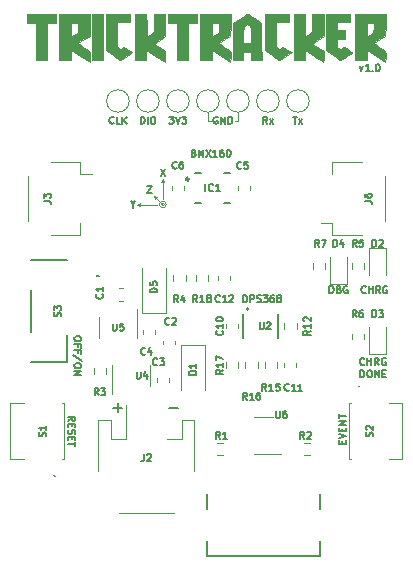
<source format=gbr>
%TF.GenerationSoftware,KiCad,Pcbnew,(5.1.8)-1*%
%TF.CreationDate,2021-06-05T10:25:27+02:00*%
%TF.ProjectId,trick-tracker,74726963-6b2d-4747-9261-636b65722e6b,rev?*%
%TF.SameCoordinates,Original*%
%TF.FileFunction,Legend,Top*%
%TF.FilePolarity,Positive*%
%FSLAX46Y46*%
G04 Gerber Fmt 4.6, Leading zero omitted, Abs format (unit mm)*
G04 Created by KiCad (PCBNEW (5.1.8)-1) date 2021-06-05 10:25:27*
%MOMM*%
%LPD*%
G01*
G04 APERTURE LIST*
%ADD10C,0.150000*%
%ADD11C,0.120000*%
%ADD12C,0.200000*%
%ADD13C,0.254000*%
%ADD14C,0.010000*%
%ADD15C,0.100000*%
%ADD16C,0.127000*%
%ADD17C,0.160000*%
G04 APERTURE END LIST*
D10*
X148641000Y-116857428D02*
X148641000Y-116257428D01*
X148783857Y-116257428D01*
X148869571Y-116286000D01*
X148926714Y-116343142D01*
X148955285Y-116400285D01*
X148983857Y-116514571D01*
X148983857Y-116600285D01*
X148955285Y-116714571D01*
X148926714Y-116771714D01*
X148869571Y-116828857D01*
X148783857Y-116857428D01*
X148641000Y-116857428D01*
X149241000Y-116857428D02*
X149241000Y-116257428D01*
X149469571Y-116257428D01*
X149526714Y-116286000D01*
X149555285Y-116314571D01*
X149583857Y-116371714D01*
X149583857Y-116457428D01*
X149555285Y-116514571D01*
X149526714Y-116543142D01*
X149469571Y-116571714D01*
X149241000Y-116571714D01*
X149812428Y-116828857D02*
X149898142Y-116857428D01*
X150041000Y-116857428D01*
X150098142Y-116828857D01*
X150126714Y-116800285D01*
X150155285Y-116743142D01*
X150155285Y-116686000D01*
X150126714Y-116628857D01*
X150098142Y-116600285D01*
X150041000Y-116571714D01*
X149926714Y-116543142D01*
X149869571Y-116514571D01*
X149841000Y-116486000D01*
X149812428Y-116428857D01*
X149812428Y-116371714D01*
X149841000Y-116314571D01*
X149869571Y-116286000D01*
X149926714Y-116257428D01*
X150069571Y-116257428D01*
X150155285Y-116286000D01*
X150355285Y-116257428D02*
X150726714Y-116257428D01*
X150526714Y-116486000D01*
X150612428Y-116486000D01*
X150669571Y-116514571D01*
X150698142Y-116543142D01*
X150726714Y-116600285D01*
X150726714Y-116743142D01*
X150698142Y-116800285D01*
X150669571Y-116828857D01*
X150612428Y-116857428D01*
X150441000Y-116857428D01*
X150383857Y-116828857D01*
X150355285Y-116800285D01*
X151241000Y-116257428D02*
X151126714Y-116257428D01*
X151069571Y-116286000D01*
X151041000Y-116314571D01*
X150983857Y-116400285D01*
X150955285Y-116514571D01*
X150955285Y-116743142D01*
X150983857Y-116800285D01*
X151012428Y-116828857D01*
X151069571Y-116857428D01*
X151183857Y-116857428D01*
X151241000Y-116828857D01*
X151269571Y-116800285D01*
X151298142Y-116743142D01*
X151298142Y-116600285D01*
X151269571Y-116543142D01*
X151241000Y-116514571D01*
X151183857Y-116486000D01*
X151069571Y-116486000D01*
X151012428Y-116514571D01*
X150983857Y-116543142D01*
X150955285Y-116600285D01*
X151641000Y-116514571D02*
X151583857Y-116486000D01*
X151555285Y-116457428D01*
X151526714Y-116400285D01*
X151526714Y-116371714D01*
X151555285Y-116314571D01*
X151583857Y-116286000D01*
X151641000Y-116257428D01*
X151755285Y-116257428D01*
X151812428Y-116286000D01*
X151841000Y-116314571D01*
X151869571Y-116371714D01*
X151869571Y-116400285D01*
X151841000Y-116457428D01*
X151812428Y-116486000D01*
X151755285Y-116514571D01*
X151641000Y-116514571D01*
X151583857Y-116543142D01*
X151555285Y-116571714D01*
X151526714Y-116628857D01*
X151526714Y-116743142D01*
X151555285Y-116800285D01*
X151583857Y-116828857D01*
X151641000Y-116857428D01*
X151755285Y-116857428D01*
X151812428Y-116828857D01*
X151841000Y-116800285D01*
X151869571Y-116743142D01*
X151869571Y-116628857D01*
X151841000Y-116571714D01*
X151812428Y-116543142D01*
X151755285Y-116514571D01*
X144480142Y-104224142D02*
X144565857Y-104252714D01*
X144594428Y-104281285D01*
X144623000Y-104338428D01*
X144623000Y-104424142D01*
X144594428Y-104481285D01*
X144565857Y-104509857D01*
X144508714Y-104538428D01*
X144280142Y-104538428D01*
X144280142Y-103938428D01*
X144480142Y-103938428D01*
X144537285Y-103967000D01*
X144565857Y-103995571D01*
X144594428Y-104052714D01*
X144594428Y-104109857D01*
X144565857Y-104167000D01*
X144537285Y-104195571D01*
X144480142Y-104224142D01*
X144280142Y-104224142D01*
X144880142Y-104538428D02*
X144880142Y-103938428D01*
X145080142Y-104367000D01*
X145280142Y-103938428D01*
X145280142Y-104538428D01*
X145508714Y-103938428D02*
X145908714Y-104538428D01*
X145908714Y-103938428D02*
X145508714Y-104538428D01*
X146451571Y-104538428D02*
X146108714Y-104538428D01*
X146280142Y-104538428D02*
X146280142Y-103938428D01*
X146223000Y-104024142D01*
X146165857Y-104081285D01*
X146108714Y-104109857D01*
X146965857Y-103938428D02*
X146851571Y-103938428D01*
X146794428Y-103967000D01*
X146765857Y-103995571D01*
X146708714Y-104081285D01*
X146680142Y-104195571D01*
X146680142Y-104424142D01*
X146708714Y-104481285D01*
X146737285Y-104509857D01*
X146794428Y-104538428D01*
X146908714Y-104538428D01*
X146965857Y-104509857D01*
X146994428Y-104481285D01*
X147023000Y-104424142D01*
X147023000Y-104281285D01*
X146994428Y-104224142D01*
X146965857Y-104195571D01*
X146908714Y-104167000D01*
X146794428Y-104167000D01*
X146737285Y-104195571D01*
X146708714Y-104224142D01*
X146680142Y-104281285D01*
X147394428Y-103938428D02*
X147451571Y-103938428D01*
X147508714Y-103967000D01*
X147537285Y-103995571D01*
X147565857Y-104052714D01*
X147594428Y-104167000D01*
X147594428Y-104309857D01*
X147565857Y-104424142D01*
X147537285Y-104481285D01*
X147508714Y-104509857D01*
X147451571Y-104538428D01*
X147394428Y-104538428D01*
X147337285Y-104509857D01*
X147308714Y-104481285D01*
X147280142Y-104424142D01*
X147251571Y-104309857D01*
X147251571Y-104167000D01*
X147280142Y-104052714D01*
X147308714Y-103995571D01*
X147337285Y-103967000D01*
X147394428Y-103938428D01*
X142367047Y-125801428D02*
X143128952Y-125801428D01*
X137668047Y-125801428D02*
X138429952Y-125801428D01*
X138049000Y-126182380D02*
X138049000Y-125420476D01*
X155960857Y-116095428D02*
X155960857Y-115495428D01*
X156103714Y-115495428D01*
X156189428Y-115524000D01*
X156246571Y-115581142D01*
X156275142Y-115638285D01*
X156303714Y-115752571D01*
X156303714Y-115838285D01*
X156275142Y-115952571D01*
X156246571Y-116009714D01*
X156189428Y-116066857D01*
X156103714Y-116095428D01*
X155960857Y-116095428D01*
X156760857Y-115781142D02*
X156846571Y-115809714D01*
X156875142Y-115838285D01*
X156903714Y-115895428D01*
X156903714Y-115981142D01*
X156875142Y-116038285D01*
X156846571Y-116066857D01*
X156789428Y-116095428D01*
X156560857Y-116095428D01*
X156560857Y-115495428D01*
X156760857Y-115495428D01*
X156818000Y-115524000D01*
X156846571Y-115552571D01*
X156875142Y-115609714D01*
X156875142Y-115666857D01*
X156846571Y-115724000D01*
X156818000Y-115752571D01*
X156760857Y-115781142D01*
X156560857Y-115781142D01*
X157475142Y-115524000D02*
X157418000Y-115495428D01*
X157332285Y-115495428D01*
X157246571Y-115524000D01*
X157189428Y-115581142D01*
X157160857Y-115638285D01*
X157132285Y-115752571D01*
X157132285Y-115838285D01*
X157160857Y-115952571D01*
X157189428Y-116009714D01*
X157246571Y-116066857D01*
X157332285Y-116095428D01*
X157389428Y-116095428D01*
X157475142Y-116066857D01*
X157503714Y-116038285D01*
X157503714Y-115838285D01*
X157389428Y-115838285D01*
X140516000Y-106986428D02*
X140916000Y-106986428D01*
X140516000Y-107586428D01*
X140916000Y-107586428D01*
D11*
X141351000Y-107950000D02*
X141097000Y-107823000D01*
X141224000Y-108077000D02*
X141351000Y-107950000D01*
X141097000Y-107823000D02*
X141224000Y-108077000D01*
X141859000Y-108585000D02*
X141097000Y-107823000D01*
D10*
X139319000Y-108570714D02*
X139319000Y-108856428D01*
X139119000Y-108256428D02*
X139319000Y-108570714D01*
X139519000Y-108256428D01*
X141659000Y-105589428D02*
X142059000Y-106189428D01*
X142059000Y-105589428D02*
X141659000Y-106189428D01*
D11*
X139954000Y-108712000D02*
X139700000Y-108585000D01*
X139700000Y-108585000D02*
X139954000Y-108712000D01*
X139700000Y-108585000D02*
X139954000Y-108458000D01*
X139954000Y-108458000D02*
X139954000Y-108712000D01*
X141351000Y-108585000D02*
X139700000Y-108585000D01*
X141986000Y-106680000D02*
X141732000Y-106680000D01*
X141859000Y-106426000D02*
X141986000Y-106680000D01*
X141732000Y-106680000D02*
X141859000Y-106426000D01*
X141859000Y-106426000D02*
X141732000Y-106680000D01*
X141859000Y-108077000D02*
X141859000Y-106426000D01*
X142142981Y-108585000D02*
G75*
G03*
X142142981Y-108585000I-283981J0D01*
G01*
X141986000Y-108585000D02*
G75*
G03*
X141986000Y-108585000I-127000J0D01*
G01*
X148209000Y-100838000D02*
X148209000Y-100772000D01*
X148209000Y-100965000D02*
X148209000Y-100838000D01*
X145669000Y-101473000D02*
X145923000Y-101473000D01*
X145669000Y-100838000D02*
X145669000Y-101473000D01*
X148209000Y-101473000D02*
X147955000Y-101473000D01*
X148209000Y-100965000D02*
X148209000Y-101473000D01*
D10*
X158910428Y-122117285D02*
X158881857Y-122145857D01*
X158796142Y-122174428D01*
X158739000Y-122174428D01*
X158653285Y-122145857D01*
X158596142Y-122088714D01*
X158567571Y-122031571D01*
X158539000Y-121917285D01*
X158539000Y-121831571D01*
X158567571Y-121717285D01*
X158596142Y-121660142D01*
X158653285Y-121603000D01*
X158739000Y-121574428D01*
X158796142Y-121574428D01*
X158881857Y-121603000D01*
X158910428Y-121631571D01*
X159167571Y-122174428D02*
X159167571Y-121574428D01*
X159167571Y-121860142D02*
X159510428Y-121860142D01*
X159510428Y-122174428D02*
X159510428Y-121574428D01*
X160139000Y-122174428D02*
X159939000Y-121888714D01*
X159796142Y-122174428D02*
X159796142Y-121574428D01*
X160024714Y-121574428D01*
X160081857Y-121603000D01*
X160110428Y-121631571D01*
X160139000Y-121688714D01*
X160139000Y-121774428D01*
X160110428Y-121831571D01*
X160081857Y-121860142D01*
X160024714Y-121888714D01*
X159796142Y-121888714D01*
X160710428Y-121603000D02*
X160653285Y-121574428D01*
X160567571Y-121574428D01*
X160481857Y-121603000D01*
X160424714Y-121660142D01*
X160396142Y-121717285D01*
X160367571Y-121831571D01*
X160367571Y-121917285D01*
X160396142Y-122031571D01*
X160424714Y-122088714D01*
X160481857Y-122145857D01*
X160567571Y-122174428D01*
X160624714Y-122174428D01*
X160710428Y-122145857D01*
X160739000Y-122117285D01*
X160739000Y-121917285D01*
X160624714Y-121917285D01*
X158581857Y-123224428D02*
X158581857Y-122624428D01*
X158724714Y-122624428D01*
X158810428Y-122653000D01*
X158867571Y-122710142D01*
X158896142Y-122767285D01*
X158924714Y-122881571D01*
X158924714Y-122967285D01*
X158896142Y-123081571D01*
X158867571Y-123138714D01*
X158810428Y-123195857D01*
X158724714Y-123224428D01*
X158581857Y-123224428D01*
X159296142Y-122624428D02*
X159410428Y-122624428D01*
X159467571Y-122653000D01*
X159524714Y-122710142D01*
X159553285Y-122824428D01*
X159553285Y-123024428D01*
X159524714Y-123138714D01*
X159467571Y-123195857D01*
X159410428Y-123224428D01*
X159296142Y-123224428D01*
X159239000Y-123195857D01*
X159181857Y-123138714D01*
X159153285Y-123024428D01*
X159153285Y-122824428D01*
X159181857Y-122710142D01*
X159239000Y-122653000D01*
X159296142Y-122624428D01*
X159810428Y-123224428D02*
X159810428Y-122624428D01*
X160153285Y-123224428D01*
X160153285Y-122624428D01*
X160439000Y-122910142D02*
X160639000Y-122910142D01*
X160724714Y-123224428D02*
X160439000Y-123224428D01*
X160439000Y-122624428D01*
X160724714Y-122624428D01*
X159037428Y-116038285D02*
X159008857Y-116066857D01*
X158923142Y-116095428D01*
X158866000Y-116095428D01*
X158780285Y-116066857D01*
X158723142Y-116009714D01*
X158694571Y-115952571D01*
X158666000Y-115838285D01*
X158666000Y-115752571D01*
X158694571Y-115638285D01*
X158723142Y-115581142D01*
X158780285Y-115524000D01*
X158866000Y-115495428D01*
X158923142Y-115495428D01*
X159008857Y-115524000D01*
X159037428Y-115552571D01*
X159294571Y-116095428D02*
X159294571Y-115495428D01*
X159294571Y-115781142D02*
X159637428Y-115781142D01*
X159637428Y-116095428D02*
X159637428Y-115495428D01*
X160266000Y-116095428D02*
X160066000Y-115809714D01*
X159923142Y-116095428D02*
X159923142Y-115495428D01*
X160151714Y-115495428D01*
X160208857Y-115524000D01*
X160237428Y-115552571D01*
X160266000Y-115609714D01*
X160266000Y-115695428D01*
X160237428Y-115752571D01*
X160208857Y-115781142D01*
X160151714Y-115809714D01*
X159923142Y-115809714D01*
X160837428Y-115524000D02*
X160780285Y-115495428D01*
X160694571Y-115495428D01*
X160608857Y-115524000D01*
X160551714Y-115581142D01*
X160523142Y-115638285D01*
X160494571Y-115752571D01*
X160494571Y-115838285D01*
X160523142Y-115952571D01*
X160551714Y-116009714D01*
X160608857Y-116066857D01*
X160694571Y-116095428D01*
X160751714Y-116095428D01*
X160837428Y-116066857D01*
X160866000Y-116038285D01*
X160866000Y-115838285D01*
X160751714Y-115838285D01*
X134948571Y-119897714D02*
X134948571Y-120012000D01*
X134920000Y-120069142D01*
X134862857Y-120126285D01*
X134748571Y-120154857D01*
X134548571Y-120154857D01*
X134434285Y-120126285D01*
X134377142Y-120069142D01*
X134348571Y-120012000D01*
X134348571Y-119897714D01*
X134377142Y-119840571D01*
X134434285Y-119783428D01*
X134548571Y-119754857D01*
X134748571Y-119754857D01*
X134862857Y-119783428D01*
X134920000Y-119840571D01*
X134948571Y-119897714D01*
X134662857Y-120612000D02*
X134662857Y-120412000D01*
X134348571Y-120412000D02*
X134948571Y-120412000D01*
X134948571Y-120697714D01*
X134662857Y-121126285D02*
X134662857Y-120926285D01*
X134348571Y-120926285D02*
X134948571Y-120926285D01*
X134948571Y-121212000D01*
X134977142Y-121869142D02*
X134205714Y-121354857D01*
X134948571Y-122183428D02*
X134948571Y-122297714D01*
X134920000Y-122354857D01*
X134862857Y-122412000D01*
X134748571Y-122440571D01*
X134548571Y-122440571D01*
X134434285Y-122412000D01*
X134377142Y-122354857D01*
X134348571Y-122297714D01*
X134348571Y-122183428D01*
X134377142Y-122126285D01*
X134434285Y-122069142D01*
X134548571Y-122040571D01*
X134748571Y-122040571D01*
X134862857Y-122069142D01*
X134920000Y-122126285D01*
X134948571Y-122183428D01*
X134348571Y-122697714D02*
X134948571Y-122697714D01*
X134348571Y-123040571D01*
X134948571Y-123040571D01*
X158527857Y-96899428D02*
X158670714Y-97299428D01*
X158813571Y-96899428D01*
X159356428Y-97299428D02*
X159013571Y-97299428D01*
X159185000Y-97299428D02*
X159185000Y-96699428D01*
X159127857Y-96785142D01*
X159070714Y-96842285D01*
X159013571Y-96870857D01*
X159613571Y-97242285D02*
X159642142Y-97270857D01*
X159613571Y-97299428D01*
X159585000Y-97270857D01*
X159613571Y-97242285D01*
X159613571Y-97299428D01*
X160013571Y-96699428D02*
X160070714Y-96699428D01*
X160127857Y-96728000D01*
X160156428Y-96756571D01*
X160185000Y-96813714D01*
X160213571Y-96928000D01*
X160213571Y-97070857D01*
X160185000Y-97185142D01*
X160156428Y-97242285D01*
X160127857Y-97270857D01*
X160070714Y-97299428D01*
X160013571Y-97299428D01*
X159956428Y-97270857D01*
X159927857Y-97242285D01*
X159899285Y-97185142D01*
X159870714Y-97070857D01*
X159870714Y-96928000D01*
X159899285Y-96813714D01*
X159927857Y-96756571D01*
X159956428Y-96728000D01*
X160013571Y-96699428D01*
X157056142Y-128835000D02*
X157056142Y-128635000D01*
X157370428Y-128549285D02*
X157370428Y-128835000D01*
X156770428Y-128835000D01*
X156770428Y-128549285D01*
X156770428Y-128377857D02*
X157370428Y-128177857D01*
X156770428Y-127977857D01*
X157056142Y-127777857D02*
X157056142Y-127577857D01*
X157370428Y-127492142D02*
X157370428Y-127777857D01*
X156770428Y-127777857D01*
X156770428Y-127492142D01*
X157370428Y-127235000D02*
X156770428Y-127235000D01*
X157370428Y-126892142D01*
X156770428Y-126892142D01*
X156770428Y-126692142D02*
X156770428Y-126349285D01*
X157370428Y-126520714D02*
X156770428Y-126520714D01*
X133840571Y-126890571D02*
X134126285Y-126690571D01*
X133840571Y-126547714D02*
X134440571Y-126547714D01*
X134440571Y-126776285D01*
X134412000Y-126833428D01*
X134383428Y-126862000D01*
X134326285Y-126890571D01*
X134240571Y-126890571D01*
X134183428Y-126862000D01*
X134154857Y-126833428D01*
X134126285Y-126776285D01*
X134126285Y-126547714D01*
X134154857Y-127147714D02*
X134154857Y-127347714D01*
X133840571Y-127433428D02*
X133840571Y-127147714D01*
X134440571Y-127147714D01*
X134440571Y-127433428D01*
X133869142Y-127662000D02*
X133840571Y-127747714D01*
X133840571Y-127890571D01*
X133869142Y-127947714D01*
X133897714Y-127976285D01*
X133954857Y-128004857D01*
X134012000Y-128004857D01*
X134069142Y-127976285D01*
X134097714Y-127947714D01*
X134126285Y-127890571D01*
X134154857Y-127776285D01*
X134183428Y-127719142D01*
X134212000Y-127690571D01*
X134269142Y-127662000D01*
X134326285Y-127662000D01*
X134383428Y-127690571D01*
X134412000Y-127719142D01*
X134440571Y-127776285D01*
X134440571Y-127919142D01*
X134412000Y-128004857D01*
X134154857Y-128262000D02*
X134154857Y-128462000D01*
X133840571Y-128547714D02*
X133840571Y-128262000D01*
X134440571Y-128262000D01*
X134440571Y-128547714D01*
X134440571Y-128719142D02*
X134440571Y-129062000D01*
X133840571Y-128890571D02*
X134440571Y-128890571D01*
X152874714Y-101144428D02*
X153217571Y-101144428D01*
X153046142Y-101744428D02*
X153046142Y-101144428D01*
X153360428Y-101744428D02*
X153674714Y-101344428D01*
X153360428Y-101344428D02*
X153674714Y-101744428D01*
X150691857Y-101744428D02*
X150491857Y-101458714D01*
X150349000Y-101744428D02*
X150349000Y-101144428D01*
X150577571Y-101144428D01*
X150634714Y-101173000D01*
X150663285Y-101201571D01*
X150691857Y-101258714D01*
X150691857Y-101344428D01*
X150663285Y-101401571D01*
X150634714Y-101430142D01*
X150577571Y-101458714D01*
X150349000Y-101458714D01*
X150891857Y-101744428D02*
X151206142Y-101344428D01*
X150891857Y-101344428D02*
X151206142Y-101744428D01*
X146481857Y-101173000D02*
X146424714Y-101144428D01*
X146339000Y-101144428D01*
X146253285Y-101173000D01*
X146196142Y-101230142D01*
X146167571Y-101287285D01*
X146139000Y-101401571D01*
X146139000Y-101487285D01*
X146167571Y-101601571D01*
X146196142Y-101658714D01*
X146253285Y-101715857D01*
X146339000Y-101744428D01*
X146396142Y-101744428D01*
X146481857Y-101715857D01*
X146510428Y-101687285D01*
X146510428Y-101487285D01*
X146396142Y-101487285D01*
X146767571Y-101744428D02*
X146767571Y-101144428D01*
X147110428Y-101744428D01*
X147110428Y-101144428D01*
X147396142Y-101744428D02*
X147396142Y-101144428D01*
X147539000Y-101144428D01*
X147624714Y-101173000D01*
X147681857Y-101230142D01*
X147710428Y-101287285D01*
X147739000Y-101401571D01*
X147739000Y-101487285D01*
X147710428Y-101601571D01*
X147681857Y-101658714D01*
X147624714Y-101715857D01*
X147539000Y-101744428D01*
X147396142Y-101744428D01*
X142386142Y-101144428D02*
X142757571Y-101144428D01*
X142557571Y-101373000D01*
X142643285Y-101373000D01*
X142700428Y-101401571D01*
X142729000Y-101430142D01*
X142757571Y-101487285D01*
X142757571Y-101630142D01*
X142729000Y-101687285D01*
X142700428Y-101715857D01*
X142643285Y-101744428D01*
X142471857Y-101744428D01*
X142414714Y-101715857D01*
X142386142Y-101687285D01*
X142929000Y-101144428D02*
X143129000Y-101744428D01*
X143329000Y-101144428D01*
X143471857Y-101144428D02*
X143843285Y-101144428D01*
X143643285Y-101373000D01*
X143729000Y-101373000D01*
X143786142Y-101401571D01*
X143814714Y-101430142D01*
X143843285Y-101487285D01*
X143843285Y-101630142D01*
X143814714Y-101687285D01*
X143786142Y-101715857D01*
X143729000Y-101744428D01*
X143557571Y-101744428D01*
X143500428Y-101715857D01*
X143471857Y-101687285D01*
X139974714Y-101744428D02*
X139974714Y-101144428D01*
X140117571Y-101144428D01*
X140203285Y-101173000D01*
X140260428Y-101230142D01*
X140289000Y-101287285D01*
X140317571Y-101401571D01*
X140317571Y-101487285D01*
X140289000Y-101601571D01*
X140260428Y-101658714D01*
X140203285Y-101715857D01*
X140117571Y-101744428D01*
X139974714Y-101744428D01*
X140574714Y-101744428D02*
X140574714Y-101144428D01*
X140974714Y-101144428D02*
X141089000Y-101144428D01*
X141146142Y-101173000D01*
X141203285Y-101230142D01*
X141231857Y-101344428D01*
X141231857Y-101544428D01*
X141203285Y-101658714D01*
X141146142Y-101715857D01*
X141089000Y-101744428D01*
X140974714Y-101744428D01*
X140917571Y-101715857D01*
X140860428Y-101658714D01*
X140831857Y-101544428D01*
X140831857Y-101344428D01*
X140860428Y-101230142D01*
X140917571Y-101173000D01*
X140974714Y-101144428D01*
X137691857Y-101687285D02*
X137663285Y-101715857D01*
X137577571Y-101744428D01*
X137520428Y-101744428D01*
X137434714Y-101715857D01*
X137377571Y-101658714D01*
X137349000Y-101601571D01*
X137320428Y-101487285D01*
X137320428Y-101401571D01*
X137349000Y-101287285D01*
X137377571Y-101230142D01*
X137434714Y-101173000D01*
X137520428Y-101144428D01*
X137577571Y-101144428D01*
X137663285Y-101173000D01*
X137691857Y-101201571D01*
X138234714Y-101744428D02*
X137949000Y-101744428D01*
X137949000Y-101144428D01*
X138434714Y-101744428D02*
X138434714Y-101144428D01*
X138777571Y-101744428D02*
X138520428Y-101401571D01*
X138777571Y-101144428D02*
X138434714Y-101487285D01*
D12*
%TO.C,IC1*%
X144550000Y-105938000D02*
X144550000Y-105938000D01*
X144550000Y-105938000D02*
X144550000Y-105938000D01*
X144550000Y-105938000D02*
X145050000Y-105938000D01*
X147550000Y-105938000D02*
X147550000Y-105938000D01*
X147550000Y-105938000D02*
X147050000Y-105938000D01*
X144550000Y-108438000D02*
X144550000Y-108438000D01*
X144550000Y-108438000D02*
X145050000Y-108438000D01*
X147550000Y-108438000D02*
X147550000Y-108438000D01*
X147550000Y-108438000D02*
X147050000Y-108438000D01*
D13*
X144075000Y-106438000D02*
G75*
G03*
X144075000Y-106438000I-125000J0D01*
G01*
D11*
%TO.C,C6*%
X143639000Y-107328580D02*
X143639000Y-107047420D01*
X142619000Y-107328580D02*
X142619000Y-107047420D01*
%TO.C,C5*%
X149227000Y-107328580D02*
X149227000Y-107047420D01*
X148207000Y-107328580D02*
X148207000Y-107047420D01*
%TO.C,TP7*%
X149159000Y-99822000D02*
G75*
G03*
X149159000Y-99822000I-950000J0D01*
G01*
D14*
%TO.C,G\u002A\u002A\u002A*%
G36*
X157710372Y-93129396D02*
G01*
X156588046Y-93129396D01*
X156588046Y-93838233D01*
X157237814Y-93838233D01*
X157237814Y-94547070D01*
X156588046Y-94547070D01*
X156588046Y-94897466D01*
X156593715Y-95100244D01*
X156620106Y-95224210D01*
X156681299Y-95308505D01*
X156757474Y-95368506D01*
X156873919Y-95445569D01*
X156942462Y-95454459D01*
X157011185Y-95395881D01*
X157032444Y-95372529D01*
X157128670Y-95285225D01*
X157188808Y-95255907D01*
X157255936Y-95285240D01*
X157384844Y-95359680D01*
X157543924Y-95458890D01*
X157701566Y-95562533D01*
X157826159Y-95650270D01*
X157886096Y-95701766D01*
X157887581Y-95705494D01*
X157842137Y-95745911D01*
X157723197Y-95832398D01*
X157556855Y-95947468D01*
X157369202Y-96073634D01*
X157186330Y-96193408D01*
X157034331Y-96289303D01*
X156939296Y-96343832D01*
X156927513Y-96348945D01*
X156853641Y-96326510D01*
X156705446Y-96246483D01*
X156503827Y-96121201D01*
X156269682Y-95962998D01*
X156248768Y-95948300D01*
X155643675Y-95521721D01*
X155657599Y-92420559D01*
X157710372Y-92420559D01*
X157710372Y-93129396D01*
G37*
X157710372Y-93129396D02*
X156588046Y-93129396D01*
X156588046Y-93838233D01*
X157237814Y-93838233D01*
X157237814Y-94547070D01*
X156588046Y-94547070D01*
X156588046Y-94897466D01*
X156593715Y-95100244D01*
X156620106Y-95224210D01*
X156681299Y-95308505D01*
X156757474Y-95368506D01*
X156873919Y-95445569D01*
X156942462Y-95454459D01*
X157011185Y-95395881D01*
X157032444Y-95372529D01*
X157128670Y-95285225D01*
X157188808Y-95255907D01*
X157255936Y-95285240D01*
X157384844Y-95359680D01*
X157543924Y-95458890D01*
X157701566Y-95562533D01*
X157826159Y-95650270D01*
X157886096Y-95701766D01*
X157887581Y-95705494D01*
X157842137Y-95745911D01*
X157723197Y-95832398D01*
X157556855Y-95947468D01*
X157369202Y-96073634D01*
X157186330Y-96193408D01*
X157034331Y-96289303D01*
X156939296Y-96343832D01*
X156927513Y-96348945D01*
X156853641Y-96326510D01*
X156705446Y-96246483D01*
X156503827Y-96121201D01*
X156269682Y-95962998D01*
X156248768Y-95948300D01*
X155643675Y-95521721D01*
X155657599Y-92420559D01*
X157710372Y-92420559D01*
X157710372Y-93129396D01*
G36*
X152571302Y-93129396D02*
G01*
X151448976Y-93129396D01*
X151448976Y-94182355D01*
X151449404Y-94558478D01*
X151452198Y-94834765D01*
X151459627Y-95029522D01*
X151473959Y-95161051D01*
X151497462Y-95247658D01*
X151532406Y-95307647D01*
X151581057Y-95359321D01*
X151596651Y-95374047D01*
X151744325Y-95512780D01*
X151890335Y-95375610D01*
X152036346Y-95238441D01*
X152392654Y-95472595D01*
X152748962Y-95706750D01*
X152259737Y-96042491D01*
X152047772Y-96183970D01*
X151869788Y-96295373D01*
X151749371Y-96362342D01*
X151713117Y-96375242D01*
X151645238Y-96341379D01*
X151502930Y-96251407D01*
X151307059Y-96119042D01*
X151079790Y-95958931D01*
X150503860Y-95545612D01*
X150503860Y-92420559D01*
X152571302Y-92420559D01*
X152571302Y-93129396D01*
G37*
X152571302Y-93129396D02*
X151448976Y-93129396D01*
X151448976Y-94182355D01*
X151449404Y-94558478D01*
X151452198Y-94834765D01*
X151459627Y-95029522D01*
X151473959Y-95161051D01*
X151497462Y-95247658D01*
X151532406Y-95307647D01*
X151581057Y-95359321D01*
X151596651Y-95374047D01*
X151744325Y-95512780D01*
X151890335Y-95375610D01*
X152036346Y-95238441D01*
X152392654Y-95472595D01*
X152748962Y-95706750D01*
X152259737Y-96042491D01*
X152047772Y-96183970D01*
X151869788Y-96295373D01*
X151749371Y-96362342D01*
X151713117Y-96375242D01*
X151645238Y-96341379D01*
X151502930Y-96251407D01*
X151307059Y-96119042D01*
X151079790Y-95958931D01*
X150503860Y-95545612D01*
X150503860Y-92420559D01*
X152571302Y-92420559D01*
X152571302Y-93129396D01*
G36*
X149076500Y-92455039D02*
G01*
X149213741Y-92543458D01*
X149405442Y-92673644D01*
X149617814Y-92822545D01*
X150178976Y-93221464D01*
X150194709Y-94799848D01*
X150210441Y-96378233D01*
X149322465Y-96378233D01*
X149322465Y-95669396D01*
X148672697Y-95669396D01*
X148672697Y-96378233D01*
X147786651Y-96378233D01*
X147786651Y-94901489D01*
X148672697Y-94901489D01*
X149322465Y-94901489D01*
X149322465Y-94226474D01*
X149321361Y-93934866D01*
X149314910Y-93737401D01*
X149298396Y-93610081D01*
X149267109Y-93528911D01*
X149216335Y-93469895D01*
X149165674Y-93428127D01*
X149053655Y-93348914D01*
X148979327Y-93342345D01*
X148890116Y-93404848D01*
X148885093Y-93409072D01*
X148794505Y-93490694D01*
X148734472Y-93570739D01*
X148698671Y-93674837D01*
X148680783Y-93828613D01*
X148674485Y-94057696D01*
X148673602Y-94266489D01*
X148672697Y-94901489D01*
X147786651Y-94901489D01*
X147786651Y-93256194D01*
X148379371Y-92838376D01*
X148610139Y-92678118D01*
X148806114Y-92546554D01*
X148947221Y-92456844D01*
X149013389Y-92422147D01*
X149014371Y-92422092D01*
X149076500Y-92455039D01*
G37*
X149076500Y-92455039D02*
X149213741Y-92543458D01*
X149405442Y-92673644D01*
X149617814Y-92822545D01*
X150178976Y-93221464D01*
X150194709Y-94799848D01*
X150210441Y-96378233D01*
X149322465Y-96378233D01*
X149322465Y-95669396D01*
X148672697Y-95669396D01*
X148672697Y-96378233D01*
X147786651Y-96378233D01*
X147786651Y-94901489D01*
X148672697Y-94901489D01*
X149322465Y-94901489D01*
X149322465Y-94226474D01*
X149321361Y-93934866D01*
X149314910Y-93737401D01*
X149298396Y-93610081D01*
X149267109Y-93528911D01*
X149216335Y-93469895D01*
X149165674Y-93428127D01*
X149053655Y-93348914D01*
X148979327Y-93342345D01*
X148890116Y-93404848D01*
X148885093Y-93409072D01*
X148794505Y-93490694D01*
X148734472Y-93570739D01*
X148698671Y-93674837D01*
X148680783Y-93828613D01*
X148674485Y-94057696D01*
X148673602Y-94266489D01*
X148672697Y-94901489D01*
X147786651Y-94901489D01*
X147786651Y-93256194D01*
X148379371Y-92838376D01*
X148610139Y-92678118D01*
X148806114Y-92546554D01*
X148947221Y-92456844D01*
X149013389Y-92422147D01*
X149014371Y-92422092D01*
X149076500Y-92455039D01*
G36*
X144774093Y-93188465D02*
G01*
X144006186Y-93188465D01*
X144006186Y-96378233D01*
X143061070Y-96378233D01*
X143061070Y-93188465D01*
X142293163Y-93188465D01*
X142293163Y-92420559D01*
X144774093Y-92420559D01*
X144774093Y-93188465D01*
G37*
X144774093Y-93188465D02*
X144006186Y-93188465D01*
X144006186Y-96378233D01*
X143061070Y-96378233D01*
X143061070Y-93188465D01*
X142293163Y-93188465D01*
X142293163Y-92420559D01*
X144774093Y-92420559D01*
X144774093Y-93188465D01*
G36*
X139103395Y-93129396D02*
G01*
X137981070Y-93129396D01*
X137981070Y-94182355D01*
X137981497Y-94558478D01*
X137984291Y-94834765D01*
X137991720Y-95029522D01*
X138006052Y-95161051D01*
X138029555Y-95247658D01*
X138064499Y-95307647D01*
X138113150Y-95359321D01*
X138128744Y-95374047D01*
X138276418Y-95512780D01*
X138422428Y-95375610D01*
X138568439Y-95238441D01*
X138924747Y-95472595D01*
X139281055Y-95706750D01*
X138791830Y-96042491D01*
X138579865Y-96183970D01*
X138401881Y-96295373D01*
X138281464Y-96362342D01*
X138245210Y-96375242D01*
X138177331Y-96341379D01*
X138035023Y-96251407D01*
X137839152Y-96119042D01*
X137611883Y-95958931D01*
X137035953Y-95545612D01*
X137035953Y-92420559D01*
X139103395Y-92420559D01*
X139103395Y-93129396D01*
G37*
X139103395Y-93129396D02*
X137981070Y-93129396D01*
X137981070Y-94182355D01*
X137981497Y-94558478D01*
X137984291Y-94834765D01*
X137991720Y-95029522D01*
X138006052Y-95161051D01*
X138029555Y-95247658D01*
X138064499Y-95307647D01*
X138113150Y-95359321D01*
X138128744Y-95374047D01*
X138276418Y-95512780D01*
X138422428Y-95375610D01*
X138568439Y-95238441D01*
X138924747Y-95472595D01*
X139281055Y-95706750D01*
X138791830Y-96042491D01*
X138579865Y-96183970D01*
X138401881Y-96295373D01*
X138281464Y-96362342D01*
X138245210Y-96375242D01*
X138177331Y-96341379D01*
X138035023Y-96251407D01*
X137839152Y-96119042D01*
X137611883Y-95958931D01*
X137035953Y-95545612D01*
X137035953Y-92420559D01*
X139103395Y-92420559D01*
X139103395Y-93129396D01*
G36*
X136799674Y-96378233D02*
G01*
X135854558Y-96378233D01*
X135854558Y-92420559D01*
X136799674Y-92420559D01*
X136799674Y-96378233D01*
G37*
X136799674Y-96378233D02*
X135854558Y-96378233D01*
X135854558Y-92420559D01*
X136799674Y-92420559D01*
X136799674Y-96378233D01*
G36*
X132842000Y-93188465D02*
G01*
X132074093Y-93188465D01*
X132074093Y-96378233D01*
X131128976Y-96378233D01*
X131128976Y-93188465D01*
X130361070Y-93188465D01*
X130361070Y-92420559D01*
X132842000Y-92420559D01*
X132842000Y-93188465D01*
G37*
X132842000Y-93188465D02*
X132074093Y-93188465D01*
X132074093Y-96378233D01*
X131128976Y-96378233D01*
X131128976Y-93188465D01*
X130361070Y-93188465D01*
X130361070Y-92420559D01*
X132842000Y-92420559D01*
X132842000Y-93188465D01*
G36*
X153884210Y-93425349D02*
G01*
X153900372Y-94430140D01*
X154520604Y-94012304D01*
X154520604Y-92420559D01*
X155465721Y-92420559D01*
X155464390Y-93380442D01*
X155463060Y-94340326D01*
X154985328Y-94655092D01*
X154772995Y-94793206D01*
X154640211Y-94890036D01*
X154590215Y-94965505D01*
X154626250Y-95039531D01*
X154751557Y-95132035D01*
X154969378Y-95262938D01*
X155096535Y-95338535D01*
X155465721Y-95559810D01*
X155465721Y-96028091D01*
X155460585Y-96245820D01*
X155446945Y-96408606D01*
X155427449Y-96488679D01*
X155421418Y-96492508D01*
X155359112Y-96460234D01*
X155216656Y-96373827D01*
X155012203Y-96244673D01*
X154763910Y-96084158D01*
X154623976Y-95992391D01*
X153870837Y-95496140D01*
X153870837Y-96378233D01*
X152925721Y-96378233D01*
X152925721Y-92420559D01*
X153868047Y-92420559D01*
X153884210Y-93425349D01*
G37*
X153884210Y-93425349D02*
X153900372Y-94430140D01*
X154520604Y-94012304D01*
X154520604Y-92420559D01*
X155465721Y-92420559D01*
X155464390Y-93380442D01*
X155463060Y-94340326D01*
X154985328Y-94655092D01*
X154772995Y-94793206D01*
X154640211Y-94890036D01*
X154590215Y-94965505D01*
X154626250Y-95039531D01*
X154751557Y-95132035D01*
X154969378Y-95262938D01*
X155096535Y-95338535D01*
X155465721Y-95559810D01*
X155465721Y-96028091D01*
X155460585Y-96245820D01*
X155446945Y-96408606D01*
X155427449Y-96488679D01*
X155421418Y-96492508D01*
X155359112Y-96460234D01*
X155216656Y-96373827D01*
X155012203Y-96244673D01*
X154763910Y-96084158D01*
X154623976Y-95992391D01*
X153870837Y-95496140D01*
X153870837Y-96378233D01*
X152925721Y-96378233D01*
X152925721Y-92420559D01*
X153868047Y-92420559D01*
X153884210Y-93425349D01*
G36*
X140475372Y-93425349D02*
G01*
X140491535Y-94430140D01*
X141111767Y-94012304D01*
X141111767Y-92420559D01*
X142056883Y-92420559D01*
X142055553Y-93380442D01*
X142054223Y-94340326D01*
X141576490Y-94655092D01*
X141364158Y-94793206D01*
X141231373Y-94890036D01*
X141181378Y-94965505D01*
X141217413Y-95039531D01*
X141342720Y-95132035D01*
X141560541Y-95262938D01*
X141687697Y-95338535D01*
X142056883Y-95559810D01*
X142056883Y-96028091D01*
X142051748Y-96245820D01*
X142038108Y-96408606D01*
X142018612Y-96488679D01*
X142012581Y-96492508D01*
X141950275Y-96460234D01*
X141807818Y-96373827D01*
X141603366Y-96244673D01*
X141355073Y-96084158D01*
X141215139Y-95992391D01*
X140462000Y-95496140D01*
X140462000Y-96378233D01*
X139516883Y-96378233D01*
X139516883Y-92420559D01*
X140459210Y-92420559D01*
X140475372Y-93425349D01*
G37*
X140475372Y-93425349D02*
X140491535Y-94430140D01*
X141111767Y-94012304D01*
X141111767Y-92420559D01*
X142056883Y-92420559D01*
X142055553Y-93380442D01*
X142054223Y-94340326D01*
X141576490Y-94655092D01*
X141364158Y-94793206D01*
X141231373Y-94890036D01*
X141181378Y-94965505D01*
X141217413Y-95039531D01*
X141342720Y-95132035D01*
X141560541Y-95262938D01*
X141687697Y-95338535D01*
X142056883Y-95559810D01*
X142056883Y-96028091D01*
X142051748Y-96245820D01*
X142038108Y-96408606D01*
X142018612Y-96488679D01*
X142012581Y-96492508D01*
X141950275Y-96460234D01*
X141807818Y-96373827D01*
X141603366Y-96244673D01*
X141355073Y-96084158D01*
X141215139Y-95992391D01*
X140462000Y-95496140D01*
X140462000Y-96378233D01*
X139516883Y-96378233D01*
X139516883Y-92420559D01*
X140459210Y-92420559D01*
X140475372Y-93425349D01*
G36*
X160709662Y-93349901D02*
G01*
X160693395Y-94279243D01*
X160209301Y-94599838D01*
X159725206Y-94920432D01*
X160150231Y-95211187D01*
X160394106Y-95378675D01*
X160557428Y-95501520D01*
X160655605Y-95603984D01*
X160704046Y-95710330D01*
X160718159Y-95844822D01*
X160713354Y-96031722D01*
X160710827Y-96093926D01*
X160693395Y-96538442D01*
X159910721Y-96014223D01*
X159128046Y-95490005D01*
X159128046Y-96378233D01*
X158123860Y-96378233D01*
X158123860Y-93188465D01*
X159128046Y-93188465D01*
X159128046Y-94439988D01*
X159408628Y-94238715D01*
X159689209Y-94037442D01*
X159706564Y-93612954D01*
X159723920Y-93188465D01*
X159128046Y-93188465D01*
X158123860Y-93188465D01*
X158123860Y-92420559D01*
X160725930Y-92420559D01*
X160709662Y-93349901D01*
G37*
X160709662Y-93349901D02*
X160693395Y-94279243D01*
X160209301Y-94599838D01*
X159725206Y-94920432D01*
X160150231Y-95211187D01*
X160394106Y-95378675D01*
X160557428Y-95501520D01*
X160655605Y-95603984D01*
X160704046Y-95710330D01*
X160718159Y-95844822D01*
X160713354Y-96031722D01*
X160710827Y-96093926D01*
X160693395Y-96538442D01*
X159910721Y-96014223D01*
X159128046Y-95490005D01*
X159128046Y-96378233D01*
X158123860Y-96378233D01*
X158123860Y-93188465D01*
X159128046Y-93188465D01*
X159128046Y-94439988D01*
X159408628Y-94238715D01*
X159689209Y-94037442D01*
X159706564Y-93612954D01*
X159723920Y-93188465D01*
X159128046Y-93188465D01*
X158123860Y-93188465D01*
X158123860Y-92420559D01*
X160725930Y-92420559D01*
X160709662Y-93349901D01*
G36*
X147596174Y-93349901D02*
G01*
X147579907Y-94279243D01*
X147095812Y-94599838D01*
X146611718Y-94920432D01*
X147036743Y-95211187D01*
X147280618Y-95378675D01*
X147443939Y-95501520D01*
X147542116Y-95603984D01*
X147590557Y-95710330D01*
X147604671Y-95844822D01*
X147599865Y-96031722D01*
X147597339Y-96093926D01*
X147579907Y-96538442D01*
X146797232Y-96014223D01*
X146014558Y-95490005D01*
X146014558Y-96378233D01*
X145010372Y-96378233D01*
X145010372Y-93188465D01*
X146014558Y-93188465D01*
X146014558Y-94439988D01*
X146295139Y-94238715D01*
X146575721Y-94037442D01*
X146593076Y-93612954D01*
X146610431Y-93188465D01*
X146014558Y-93188465D01*
X145010372Y-93188465D01*
X145010372Y-92420559D01*
X147612442Y-92420559D01*
X147596174Y-93349901D01*
G37*
X147596174Y-93349901D02*
X147579907Y-94279243D01*
X147095812Y-94599838D01*
X146611718Y-94920432D01*
X147036743Y-95211187D01*
X147280618Y-95378675D01*
X147443939Y-95501520D01*
X147542116Y-95603984D01*
X147590557Y-95710330D01*
X147604671Y-95844822D01*
X147599865Y-96031722D01*
X147597339Y-96093926D01*
X147579907Y-96538442D01*
X146797232Y-96014223D01*
X146014558Y-95490005D01*
X146014558Y-96378233D01*
X145010372Y-96378233D01*
X145010372Y-93188465D01*
X146014558Y-93188465D01*
X146014558Y-94439988D01*
X146295139Y-94238715D01*
X146575721Y-94037442D01*
X146593076Y-93612954D01*
X146610431Y-93188465D01*
X146014558Y-93188465D01*
X145010372Y-93188465D01*
X145010372Y-92420559D01*
X147612442Y-92420559D01*
X147596174Y-93349901D01*
G36*
X135647814Y-94279243D02*
G01*
X135163719Y-94599838D01*
X134679625Y-94920432D01*
X135104649Y-95211187D01*
X135348525Y-95378675D01*
X135511846Y-95501520D01*
X135610023Y-95603984D01*
X135658464Y-95710330D01*
X135672578Y-95844822D01*
X135667772Y-96031722D01*
X135665246Y-96093926D01*
X135647814Y-96538442D01*
X134865139Y-96014223D01*
X134082465Y-95490005D01*
X134082465Y-96378233D01*
X133078279Y-96378233D01*
X133078279Y-93188465D01*
X134082465Y-93188465D01*
X134082465Y-94439988D01*
X134363046Y-94238715D01*
X134643628Y-94037442D01*
X134660983Y-93612954D01*
X134678338Y-93188465D01*
X134082465Y-93188465D01*
X133078279Y-93188465D01*
X133078279Y-92420559D01*
X135680348Y-92420559D01*
X135647814Y-94279243D01*
G37*
X135647814Y-94279243D02*
X135163719Y-94599838D01*
X134679625Y-94920432D01*
X135104649Y-95211187D01*
X135348525Y-95378675D01*
X135511846Y-95501520D01*
X135610023Y-95603984D01*
X135658464Y-95710330D01*
X135672578Y-95844822D01*
X135667772Y-96031722D01*
X135665246Y-96093926D01*
X135647814Y-96538442D01*
X134865139Y-96014223D01*
X134082465Y-95490005D01*
X134082465Y-96378233D01*
X133078279Y-96378233D01*
X133078279Y-93188465D01*
X134082465Y-93188465D01*
X134082465Y-94439988D01*
X134363046Y-94238715D01*
X134643628Y-94037442D01*
X134660983Y-93612954D01*
X134678338Y-93188465D01*
X134082465Y-93188465D01*
X133078279Y-93188465D01*
X133078279Y-92420559D01*
X135680348Y-92420559D01*
X135647814Y-94279243D01*
D12*
%TO.C,J1*%
X145578000Y-137083000D02*
X145578000Y-138363000D01*
X145578000Y-138363000D02*
X155158000Y-138363000D01*
X155158000Y-138363000D02*
X155158000Y-137083000D01*
X145578000Y-133113000D02*
X145578000Y-134363000D01*
X155158000Y-133113000D02*
X155158000Y-134363000D01*
D11*
%TO.C,TP6*%
X146619000Y-99822000D02*
G75*
G03*
X146619000Y-99822000I-950000J0D01*
G01*
%TO.C,TP5*%
X144079000Y-99822000D02*
G75*
G03*
X144079000Y-99822000I-950000J0D01*
G01*
%TO.C,TP4*%
X141539000Y-99822000D02*
G75*
G03*
X141539000Y-99822000I-950000J0D01*
G01*
%TO.C,TP3*%
X138999000Y-99822000D02*
G75*
G03*
X138999000Y-99822000I-950000J0D01*
G01*
%TO.C,TP2*%
X151699000Y-99822000D02*
G75*
G03*
X151699000Y-99822000I-950000J0D01*
G01*
%TO.C,TP1*%
X154239000Y-99822000D02*
G75*
G03*
X154239000Y-99822000I-950000J0D01*
G01*
%TO.C,U6*%
X151168000Y-126543000D02*
X149568000Y-126543000D01*
X149568000Y-129743000D02*
X151868000Y-129743000D01*
%TO.C,J2*%
X138122000Y-134685000D02*
X142802000Y-134685000D01*
X143502000Y-128465000D02*
X142222000Y-128465000D01*
X143502000Y-126865000D02*
X143502000Y-128465000D01*
X144522000Y-126865000D02*
X143502000Y-126865000D01*
X144522000Y-131115000D02*
X144522000Y-126865000D01*
X138702000Y-128465000D02*
X138702000Y-125575000D01*
X137422000Y-128465000D02*
X138702000Y-128465000D01*
X137422000Y-126865000D02*
X137422000Y-128465000D01*
X136402000Y-126865000D02*
X137422000Y-126865000D01*
X136402000Y-131115000D02*
X136402000Y-126865000D01*
%TO.C,J6*%
X160673000Y-110017000D02*
X160673000Y-106137000D01*
X156203000Y-104967000D02*
X156203000Y-106017000D01*
X158703000Y-104967000D02*
X156203000Y-104967000D01*
X156203000Y-110137000D02*
X155213000Y-110137000D01*
X156203000Y-111187000D02*
X156203000Y-110137000D01*
X158703000Y-111187000D02*
X156203000Y-111187000D01*
%TO.C,D5*%
X140097000Y-117770000D02*
X142097000Y-117770000D01*
X142097000Y-117770000D02*
X142097000Y-113920000D01*
X140097000Y-117770000D02*
X140097000Y-113920000D01*
%TO.C,D1*%
X145399000Y-120482000D02*
X145399000Y-124332000D01*
X143399000Y-120482000D02*
X143399000Y-124332000D01*
X145399000Y-120482000D02*
X143399000Y-120482000D01*
%TO.C,R7*%
X155589500Y-114029258D02*
X155589500Y-113554742D01*
X154544500Y-114029258D02*
X154544500Y-113554742D01*
%TO.C,D4*%
X157453000Y-115277000D02*
X157453000Y-112992000D01*
X155983000Y-115277000D02*
X157453000Y-115277000D01*
X155983000Y-112992000D02*
X155983000Y-115277000D01*
%TO.C,R18*%
X144638500Y-115045258D02*
X144638500Y-114570742D01*
X145683500Y-115045258D02*
X145683500Y-114570742D01*
%TO.C,R4*%
X142733500Y-115045258D02*
X142733500Y-114570742D01*
X143778500Y-115045258D02*
X143778500Y-114570742D01*
%TO.C,C12*%
X147576000Y-114667420D02*
X147576000Y-114948580D01*
X146556000Y-114667420D02*
X146556000Y-114948580D01*
D12*
%TO.C,S3*%
X133707000Y-119602000D02*
X133707000Y-121952000D01*
X133707000Y-121952000D02*
X133707000Y-121952000D01*
X133707000Y-121952000D02*
X133707000Y-119602000D01*
X133707000Y-119602000D02*
X133707000Y-119602000D01*
X130707000Y-119352000D02*
X130707000Y-115852000D01*
X130707000Y-115852000D02*
X130707000Y-115852000D01*
X130707000Y-115852000D02*
X130707000Y-119352000D01*
X130707000Y-119352000D02*
X130707000Y-119352000D01*
X133707000Y-121952000D02*
X133707000Y-121952000D01*
X133707000Y-121952000D02*
X130707000Y-121952000D01*
X130707000Y-121952000D02*
X130707000Y-121952000D01*
X130707000Y-121952000D02*
X133707000Y-121952000D01*
X130707000Y-113252000D02*
X130707000Y-113252000D01*
X130707000Y-113252000D02*
X133707000Y-113252000D01*
X133707000Y-113252000D02*
X133707000Y-113252000D01*
X133707000Y-113252000D02*
X130707000Y-113252000D01*
X136407000Y-114602000D02*
X136407000Y-114602000D01*
X136307000Y-114602000D02*
X136307000Y-114602000D01*
X136407000Y-114602000D02*
X136407000Y-114602000D01*
X136307000Y-114602000D02*
G75*
G02*
X136407000Y-114602000I50000J0D01*
G01*
X136407000Y-114602000D02*
G75*
G02*
X136307000Y-114602000I-50000J0D01*
G01*
X136307000Y-114602000D02*
G75*
G02*
X136407000Y-114602000I50000J0D01*
G01*
D15*
%TO.C,S2*%
X157785000Y-130112000D02*
X157635000Y-130112000D01*
X157635000Y-130112000D02*
X157635000Y-125412000D01*
X157635000Y-125412000D02*
X157785000Y-125412000D01*
X160985000Y-130112000D02*
X162135000Y-130112000D01*
X162135000Y-130112000D02*
X162135000Y-125412000D01*
X162135000Y-125412000D02*
X160985000Y-125412000D01*
X158385000Y-123962000D02*
X158385000Y-123962000D01*
X158485000Y-123962000D02*
X158485000Y-123962000D01*
X158385000Y-123962000D02*
G75*
G02*
X158485000Y-123962000I50000J0D01*
G01*
X158485000Y-123962000D02*
G75*
G02*
X158385000Y-123962000I-50000J0D01*
G01*
%TO.C,S1*%
X133299000Y-125412000D02*
X133449000Y-125412000D01*
X133449000Y-125412000D02*
X133449000Y-130112000D01*
X133449000Y-130112000D02*
X133299000Y-130112000D01*
X130099000Y-125412000D02*
X128949000Y-125412000D01*
X128949000Y-125412000D02*
X128949000Y-130112000D01*
X128949000Y-130112000D02*
X130099000Y-130112000D01*
X132699000Y-131562000D02*
X132699000Y-131562000D01*
X132599000Y-131562000D02*
X132599000Y-131562000D01*
X132699000Y-131562000D02*
G75*
G02*
X132599000Y-131562000I-50000J0D01*
G01*
X132599000Y-131562000D02*
G75*
G02*
X132699000Y-131562000I50000J0D01*
G01*
D11*
%TO.C,R17*%
X147178500Y-121936742D02*
X147178500Y-122411258D01*
X148223500Y-121936742D02*
X148223500Y-122411258D01*
%TO.C,R16*%
X148829500Y-121936742D02*
X148829500Y-122411258D01*
X149874500Y-121936742D02*
X149874500Y-122411258D01*
%TO.C,R15*%
X150480500Y-121936742D02*
X150480500Y-122411258D01*
X151525500Y-121936742D02*
X151525500Y-122411258D01*
%TO.C,R12*%
X152131500Y-118634742D02*
X152131500Y-119109258D01*
X153176500Y-118634742D02*
X153176500Y-119109258D01*
%TO.C,C11*%
X152144000Y-122033420D02*
X152144000Y-122314580D01*
X153164000Y-122033420D02*
X153164000Y-122314580D01*
%TO.C,C10*%
X148211000Y-119012580D02*
X148211000Y-118731420D01*
X147191000Y-119012580D02*
X147191000Y-118731420D01*
%TO.C,J3*%
X132381000Y-104967000D02*
X134881000Y-104967000D01*
X134881000Y-104967000D02*
X134881000Y-106017000D01*
X134881000Y-106017000D02*
X135871000Y-106017000D01*
X132381000Y-111187000D02*
X134881000Y-111187000D01*
X134881000Y-111187000D02*
X134881000Y-110137000D01*
X130411000Y-106137000D02*
X130411000Y-110017000D01*
%TO.C,U5*%
X139659000Y-119899000D02*
X139659000Y-117449000D01*
X136439000Y-118099000D02*
X136439000Y-119899000D01*
%TO.C,R6*%
X158891500Y-119998258D02*
X158891500Y-119523742D01*
X157846500Y-119998258D02*
X157846500Y-119523742D01*
%TO.C,R5*%
X158891500Y-114029258D02*
X158891500Y-113554742D01*
X157846500Y-114029258D02*
X157846500Y-113554742D01*
%TO.C,R3*%
X136002500Y-122444742D02*
X136002500Y-122919258D01*
X137047500Y-122444742D02*
X137047500Y-122919258D01*
%TO.C,R2*%
X154288258Y-128763500D02*
X153813742Y-128763500D01*
X154288258Y-129808500D02*
X153813742Y-129808500D01*
%TO.C,R1*%
X146447742Y-129808500D02*
X146922258Y-129808500D01*
X146447742Y-128763500D02*
X146922258Y-128763500D01*
%TO.C,D3*%
X160755000Y-121246000D02*
X160755000Y-118961000D01*
X159285000Y-121246000D02*
X160755000Y-121246000D01*
X159285000Y-118961000D02*
X159285000Y-121246000D01*
%TO.C,D2*%
X160755000Y-114592000D02*
X160755000Y-112307000D01*
X160755000Y-112307000D02*
X159285000Y-112307000D01*
X159285000Y-112307000D02*
X159285000Y-114592000D01*
%TO.C,C4*%
X141226000Y-119520580D02*
X141226000Y-119239420D01*
X140206000Y-119520580D02*
X140206000Y-119239420D01*
%TO.C,C3*%
X142369000Y-123584580D02*
X142369000Y-123303420D01*
X141349000Y-123584580D02*
X141349000Y-123303420D01*
%TO.C,C2*%
X141857000Y-120409580D02*
X141857000Y-120128420D01*
X142877000Y-120409580D02*
X142877000Y-120128420D01*
%TO.C,C1*%
X138443580Y-115695000D02*
X138162420Y-115695000D01*
X138443580Y-116715000D02*
X138162420Y-116715000D01*
%TO.C,U4*%
X140802000Y-123963000D02*
X140802000Y-122163000D01*
X137582000Y-122163000D02*
X137582000Y-124613000D01*
D16*
%TO.C,U2*%
X151584000Y-119872000D02*
X151584000Y-117872000D01*
X148644000Y-119872000D02*
X148644000Y-117872000D01*
D17*
X149094000Y-117422000D02*
G75*
G03*
X149094000Y-117422000I-80000J0D01*
G01*
%TO.C,IC1*%
D10*
X145464285Y-107459428D02*
X145464285Y-106859428D01*
X146092857Y-107402285D02*
X146064285Y-107430857D01*
X145978571Y-107459428D01*
X145921428Y-107459428D01*
X145835714Y-107430857D01*
X145778571Y-107373714D01*
X145750000Y-107316571D01*
X145721428Y-107202285D01*
X145721428Y-107116571D01*
X145750000Y-107002285D01*
X145778571Y-106945142D01*
X145835714Y-106888000D01*
X145921428Y-106859428D01*
X145978571Y-106859428D01*
X146064285Y-106888000D01*
X146092857Y-106916571D01*
X146664285Y-107459428D02*
X146321428Y-107459428D01*
X146492857Y-107459428D02*
X146492857Y-106859428D01*
X146435714Y-106945142D01*
X146378571Y-107002285D01*
X146321428Y-107030857D01*
%TO.C,C6*%
X143029000Y-105497285D02*
X143000428Y-105525857D01*
X142914714Y-105554428D01*
X142857571Y-105554428D01*
X142771857Y-105525857D01*
X142714714Y-105468714D01*
X142686142Y-105411571D01*
X142657571Y-105297285D01*
X142657571Y-105211571D01*
X142686142Y-105097285D01*
X142714714Y-105040142D01*
X142771857Y-104983000D01*
X142857571Y-104954428D01*
X142914714Y-104954428D01*
X143000428Y-104983000D01*
X143029000Y-105011571D01*
X143543285Y-104954428D02*
X143429000Y-104954428D01*
X143371857Y-104983000D01*
X143343285Y-105011571D01*
X143286142Y-105097285D01*
X143257571Y-105211571D01*
X143257571Y-105440142D01*
X143286142Y-105497285D01*
X143314714Y-105525857D01*
X143371857Y-105554428D01*
X143486142Y-105554428D01*
X143543285Y-105525857D01*
X143571857Y-105497285D01*
X143600428Y-105440142D01*
X143600428Y-105297285D01*
X143571857Y-105240142D01*
X143543285Y-105211571D01*
X143486142Y-105183000D01*
X143371857Y-105183000D01*
X143314714Y-105211571D01*
X143286142Y-105240142D01*
X143257571Y-105297285D01*
%TO.C,C5*%
X148490000Y-105497285D02*
X148461428Y-105525857D01*
X148375714Y-105554428D01*
X148318571Y-105554428D01*
X148232857Y-105525857D01*
X148175714Y-105468714D01*
X148147142Y-105411571D01*
X148118571Y-105297285D01*
X148118571Y-105211571D01*
X148147142Y-105097285D01*
X148175714Y-105040142D01*
X148232857Y-104983000D01*
X148318571Y-104954428D01*
X148375714Y-104954428D01*
X148461428Y-104983000D01*
X148490000Y-105011571D01*
X149032857Y-104954428D02*
X148747142Y-104954428D01*
X148718571Y-105240142D01*
X148747142Y-105211571D01*
X148804285Y-105183000D01*
X148947142Y-105183000D01*
X149004285Y-105211571D01*
X149032857Y-105240142D01*
X149061428Y-105297285D01*
X149061428Y-105440142D01*
X149032857Y-105497285D01*
X149004285Y-105525857D01*
X148947142Y-105554428D01*
X148804285Y-105554428D01*
X148747142Y-105525857D01*
X148718571Y-105497285D01*
%TO.C,U6*%
X151434857Y-126036428D02*
X151434857Y-126522142D01*
X151463428Y-126579285D01*
X151492000Y-126607857D01*
X151549142Y-126636428D01*
X151663428Y-126636428D01*
X151720571Y-126607857D01*
X151749142Y-126579285D01*
X151777714Y-126522142D01*
X151777714Y-126036428D01*
X152320571Y-126036428D02*
X152206285Y-126036428D01*
X152149142Y-126065000D01*
X152120571Y-126093571D01*
X152063428Y-126179285D01*
X152034857Y-126293571D01*
X152034857Y-126522142D01*
X152063428Y-126579285D01*
X152092000Y-126607857D01*
X152149142Y-126636428D01*
X152263428Y-126636428D01*
X152320571Y-126607857D01*
X152349142Y-126579285D01*
X152377714Y-126522142D01*
X152377714Y-126379285D01*
X152349142Y-126322142D01*
X152320571Y-126293571D01*
X152263428Y-126265000D01*
X152149142Y-126265000D01*
X152092000Y-126293571D01*
X152063428Y-126322142D01*
X152034857Y-126379285D01*
%TO.C,J2*%
X140262000Y-129719428D02*
X140262000Y-130148000D01*
X140233428Y-130233714D01*
X140176285Y-130290857D01*
X140090571Y-130319428D01*
X140033428Y-130319428D01*
X140519142Y-129776571D02*
X140547714Y-129748000D01*
X140604857Y-129719428D01*
X140747714Y-129719428D01*
X140804857Y-129748000D01*
X140833428Y-129776571D01*
X140862000Y-129833714D01*
X140862000Y-129890857D01*
X140833428Y-129976571D01*
X140490571Y-130319428D01*
X140862000Y-130319428D01*
%TO.C,J6*%
X158929428Y-108277000D02*
X159358000Y-108277000D01*
X159443714Y-108305571D01*
X159500857Y-108362714D01*
X159529428Y-108448428D01*
X159529428Y-108505571D01*
X158929428Y-107734142D02*
X158929428Y-107848428D01*
X158958000Y-107905571D01*
X158986571Y-107934142D01*
X159072285Y-107991285D01*
X159186571Y-108019857D01*
X159415142Y-108019857D01*
X159472285Y-107991285D01*
X159500857Y-107962714D01*
X159529428Y-107905571D01*
X159529428Y-107791285D01*
X159500857Y-107734142D01*
X159472285Y-107705571D01*
X159415142Y-107677000D01*
X159272285Y-107677000D01*
X159215142Y-107705571D01*
X159186571Y-107734142D01*
X159158000Y-107791285D01*
X159158000Y-107905571D01*
X159186571Y-107962714D01*
X159215142Y-107991285D01*
X159272285Y-108019857D01*
%TO.C,D5*%
X141368428Y-116012857D02*
X140768428Y-116012857D01*
X140768428Y-115870000D01*
X140797000Y-115784285D01*
X140854142Y-115727142D01*
X140911285Y-115698571D01*
X141025571Y-115670000D01*
X141111285Y-115670000D01*
X141225571Y-115698571D01*
X141282714Y-115727142D01*
X141339857Y-115784285D01*
X141368428Y-115870000D01*
X141368428Y-116012857D01*
X140768428Y-115127142D02*
X140768428Y-115412857D01*
X141054142Y-115441428D01*
X141025571Y-115412857D01*
X140997000Y-115355714D01*
X140997000Y-115212857D01*
X141025571Y-115155714D01*
X141054142Y-115127142D01*
X141111285Y-115098571D01*
X141254142Y-115098571D01*
X141311285Y-115127142D01*
X141339857Y-115155714D01*
X141368428Y-115212857D01*
X141368428Y-115355714D01*
X141339857Y-115412857D01*
X141311285Y-115441428D01*
%TO.C,D1*%
X144670428Y-122997857D02*
X144070428Y-122997857D01*
X144070428Y-122855000D01*
X144099000Y-122769285D01*
X144156142Y-122712142D01*
X144213285Y-122683571D01*
X144327571Y-122655000D01*
X144413285Y-122655000D01*
X144527571Y-122683571D01*
X144584714Y-122712142D01*
X144641857Y-122769285D01*
X144670428Y-122855000D01*
X144670428Y-122997857D01*
X144670428Y-122083571D02*
X144670428Y-122426428D01*
X144670428Y-122255000D02*
X144070428Y-122255000D01*
X144156142Y-122312142D01*
X144213285Y-122369285D01*
X144241857Y-122426428D01*
%TO.C,R7*%
X155094000Y-112158428D02*
X154894000Y-111872714D01*
X154751142Y-112158428D02*
X154751142Y-111558428D01*
X154979714Y-111558428D01*
X155036857Y-111587000D01*
X155065428Y-111615571D01*
X155094000Y-111672714D01*
X155094000Y-111758428D01*
X155065428Y-111815571D01*
X155036857Y-111844142D01*
X154979714Y-111872714D01*
X154751142Y-111872714D01*
X155294000Y-111558428D02*
X155694000Y-111558428D01*
X155436857Y-112158428D01*
%TO.C,D4*%
X156275142Y-112158428D02*
X156275142Y-111558428D01*
X156418000Y-111558428D01*
X156503714Y-111587000D01*
X156560857Y-111644142D01*
X156589428Y-111701285D01*
X156618000Y-111815571D01*
X156618000Y-111901285D01*
X156589428Y-112015571D01*
X156560857Y-112072714D01*
X156503714Y-112129857D01*
X156418000Y-112158428D01*
X156275142Y-112158428D01*
X157132285Y-111758428D02*
X157132285Y-112158428D01*
X156989428Y-111529857D02*
X156846571Y-111958428D01*
X157218000Y-111958428D01*
%TO.C,R18*%
X144775285Y-116857428D02*
X144575285Y-116571714D01*
X144432428Y-116857428D02*
X144432428Y-116257428D01*
X144661000Y-116257428D01*
X144718142Y-116286000D01*
X144746714Y-116314571D01*
X144775285Y-116371714D01*
X144775285Y-116457428D01*
X144746714Y-116514571D01*
X144718142Y-116543142D01*
X144661000Y-116571714D01*
X144432428Y-116571714D01*
X145346714Y-116857428D02*
X145003857Y-116857428D01*
X145175285Y-116857428D02*
X145175285Y-116257428D01*
X145118142Y-116343142D01*
X145061000Y-116400285D01*
X145003857Y-116428857D01*
X145689571Y-116514571D02*
X145632428Y-116486000D01*
X145603857Y-116457428D01*
X145575285Y-116400285D01*
X145575285Y-116371714D01*
X145603857Y-116314571D01*
X145632428Y-116286000D01*
X145689571Y-116257428D01*
X145803857Y-116257428D01*
X145861000Y-116286000D01*
X145889571Y-116314571D01*
X145918142Y-116371714D01*
X145918142Y-116400285D01*
X145889571Y-116457428D01*
X145861000Y-116486000D01*
X145803857Y-116514571D01*
X145689571Y-116514571D01*
X145632428Y-116543142D01*
X145603857Y-116571714D01*
X145575285Y-116628857D01*
X145575285Y-116743142D01*
X145603857Y-116800285D01*
X145632428Y-116828857D01*
X145689571Y-116857428D01*
X145803857Y-116857428D01*
X145861000Y-116828857D01*
X145889571Y-116800285D01*
X145918142Y-116743142D01*
X145918142Y-116628857D01*
X145889571Y-116571714D01*
X145861000Y-116543142D01*
X145803857Y-116514571D01*
%TO.C,R4*%
X143156000Y-116857428D02*
X142956000Y-116571714D01*
X142813142Y-116857428D02*
X142813142Y-116257428D01*
X143041714Y-116257428D01*
X143098857Y-116286000D01*
X143127428Y-116314571D01*
X143156000Y-116371714D01*
X143156000Y-116457428D01*
X143127428Y-116514571D01*
X143098857Y-116543142D01*
X143041714Y-116571714D01*
X142813142Y-116571714D01*
X143670285Y-116457428D02*
X143670285Y-116857428D01*
X143527428Y-116228857D02*
X143384571Y-116657428D01*
X143756000Y-116657428D01*
%TO.C,C12*%
X146680285Y-116800285D02*
X146651714Y-116828857D01*
X146566000Y-116857428D01*
X146508857Y-116857428D01*
X146423142Y-116828857D01*
X146366000Y-116771714D01*
X146337428Y-116714571D01*
X146308857Y-116600285D01*
X146308857Y-116514571D01*
X146337428Y-116400285D01*
X146366000Y-116343142D01*
X146423142Y-116286000D01*
X146508857Y-116257428D01*
X146566000Y-116257428D01*
X146651714Y-116286000D01*
X146680285Y-116314571D01*
X147251714Y-116857428D02*
X146908857Y-116857428D01*
X147080285Y-116857428D02*
X147080285Y-116257428D01*
X147023142Y-116343142D01*
X146966000Y-116400285D01*
X146908857Y-116428857D01*
X147480285Y-116314571D02*
X147508857Y-116286000D01*
X147566000Y-116257428D01*
X147708857Y-116257428D01*
X147766000Y-116286000D01*
X147794571Y-116314571D01*
X147823142Y-116371714D01*
X147823142Y-116428857D01*
X147794571Y-116514571D01*
X147451714Y-116857428D01*
X147823142Y-116857428D01*
%TO.C,S3*%
X133199857Y-118059142D02*
X133228428Y-117973428D01*
X133228428Y-117830571D01*
X133199857Y-117773428D01*
X133171285Y-117744857D01*
X133114142Y-117716285D01*
X133057000Y-117716285D01*
X132999857Y-117744857D01*
X132971285Y-117773428D01*
X132942714Y-117830571D01*
X132914142Y-117944857D01*
X132885571Y-118002000D01*
X132857000Y-118030571D01*
X132799857Y-118059142D01*
X132742714Y-118059142D01*
X132685571Y-118030571D01*
X132657000Y-118002000D01*
X132628428Y-117944857D01*
X132628428Y-117802000D01*
X132657000Y-117716285D01*
X132628428Y-117516285D02*
X132628428Y-117144857D01*
X132857000Y-117344857D01*
X132857000Y-117259142D01*
X132885571Y-117202000D01*
X132914142Y-117173428D01*
X132971285Y-117144857D01*
X133114142Y-117144857D01*
X133171285Y-117173428D01*
X133199857Y-117202000D01*
X133228428Y-117259142D01*
X133228428Y-117430571D01*
X133199857Y-117487714D01*
X133171285Y-117516285D01*
%TO.C,S2*%
X159627857Y-128219142D02*
X159656428Y-128133428D01*
X159656428Y-127990571D01*
X159627857Y-127933428D01*
X159599285Y-127904857D01*
X159542142Y-127876285D01*
X159485000Y-127876285D01*
X159427857Y-127904857D01*
X159399285Y-127933428D01*
X159370714Y-127990571D01*
X159342142Y-128104857D01*
X159313571Y-128162000D01*
X159285000Y-128190571D01*
X159227857Y-128219142D01*
X159170714Y-128219142D01*
X159113571Y-128190571D01*
X159085000Y-128162000D01*
X159056428Y-128104857D01*
X159056428Y-127962000D01*
X159085000Y-127876285D01*
X159113571Y-127647714D02*
X159085000Y-127619142D01*
X159056428Y-127562000D01*
X159056428Y-127419142D01*
X159085000Y-127362000D01*
X159113571Y-127333428D01*
X159170714Y-127304857D01*
X159227857Y-127304857D01*
X159313571Y-127333428D01*
X159656428Y-127676285D01*
X159656428Y-127304857D01*
%TO.C,S1*%
X131941857Y-128219142D02*
X131970428Y-128133428D01*
X131970428Y-127990571D01*
X131941857Y-127933428D01*
X131913285Y-127904857D01*
X131856142Y-127876285D01*
X131799000Y-127876285D01*
X131741857Y-127904857D01*
X131713285Y-127933428D01*
X131684714Y-127990571D01*
X131656142Y-128104857D01*
X131627571Y-128162000D01*
X131599000Y-128190571D01*
X131541857Y-128219142D01*
X131484714Y-128219142D01*
X131427571Y-128190571D01*
X131399000Y-128162000D01*
X131370428Y-128104857D01*
X131370428Y-127962000D01*
X131399000Y-127876285D01*
X131970428Y-127304857D02*
X131970428Y-127647714D01*
X131970428Y-127476285D02*
X131370428Y-127476285D01*
X131456142Y-127533428D01*
X131513285Y-127590571D01*
X131541857Y-127647714D01*
%TO.C,R17*%
X146956428Y-122559714D02*
X146670714Y-122759714D01*
X146956428Y-122902571D02*
X146356428Y-122902571D01*
X146356428Y-122674000D01*
X146385000Y-122616857D01*
X146413571Y-122588285D01*
X146470714Y-122559714D01*
X146556428Y-122559714D01*
X146613571Y-122588285D01*
X146642142Y-122616857D01*
X146670714Y-122674000D01*
X146670714Y-122902571D01*
X146956428Y-121988285D02*
X146956428Y-122331142D01*
X146956428Y-122159714D02*
X146356428Y-122159714D01*
X146442142Y-122216857D01*
X146499285Y-122274000D01*
X146527857Y-122331142D01*
X146356428Y-121788285D02*
X146356428Y-121388285D01*
X146956428Y-121645428D01*
%TO.C,R16*%
X148966285Y-125112428D02*
X148766285Y-124826714D01*
X148623428Y-125112428D02*
X148623428Y-124512428D01*
X148852000Y-124512428D01*
X148909142Y-124541000D01*
X148937714Y-124569571D01*
X148966285Y-124626714D01*
X148966285Y-124712428D01*
X148937714Y-124769571D01*
X148909142Y-124798142D01*
X148852000Y-124826714D01*
X148623428Y-124826714D01*
X149537714Y-125112428D02*
X149194857Y-125112428D01*
X149366285Y-125112428D02*
X149366285Y-124512428D01*
X149309142Y-124598142D01*
X149252000Y-124655285D01*
X149194857Y-124683857D01*
X150052000Y-124512428D02*
X149937714Y-124512428D01*
X149880571Y-124541000D01*
X149852000Y-124569571D01*
X149794857Y-124655285D01*
X149766285Y-124769571D01*
X149766285Y-124998142D01*
X149794857Y-125055285D01*
X149823428Y-125083857D01*
X149880571Y-125112428D01*
X149994857Y-125112428D01*
X150052000Y-125083857D01*
X150080571Y-125055285D01*
X150109142Y-124998142D01*
X150109142Y-124855285D01*
X150080571Y-124798142D01*
X150052000Y-124769571D01*
X149994857Y-124741000D01*
X149880571Y-124741000D01*
X149823428Y-124769571D01*
X149794857Y-124798142D01*
X149766285Y-124855285D01*
%TO.C,R15*%
X150617285Y-124350428D02*
X150417285Y-124064714D01*
X150274428Y-124350428D02*
X150274428Y-123750428D01*
X150503000Y-123750428D01*
X150560142Y-123779000D01*
X150588714Y-123807571D01*
X150617285Y-123864714D01*
X150617285Y-123950428D01*
X150588714Y-124007571D01*
X150560142Y-124036142D01*
X150503000Y-124064714D01*
X150274428Y-124064714D01*
X151188714Y-124350428D02*
X150845857Y-124350428D01*
X151017285Y-124350428D02*
X151017285Y-123750428D01*
X150960142Y-123836142D01*
X150903000Y-123893285D01*
X150845857Y-123921857D01*
X151731571Y-123750428D02*
X151445857Y-123750428D01*
X151417285Y-124036142D01*
X151445857Y-124007571D01*
X151503000Y-123979000D01*
X151645857Y-123979000D01*
X151703000Y-124007571D01*
X151731571Y-124036142D01*
X151760142Y-124093285D01*
X151760142Y-124236142D01*
X151731571Y-124293285D01*
X151703000Y-124321857D01*
X151645857Y-124350428D01*
X151503000Y-124350428D01*
X151445857Y-124321857D01*
X151417285Y-124293285D01*
%TO.C,R12*%
X154355428Y-119257714D02*
X154069714Y-119457714D01*
X154355428Y-119600571D02*
X153755428Y-119600571D01*
X153755428Y-119372000D01*
X153784000Y-119314857D01*
X153812571Y-119286285D01*
X153869714Y-119257714D01*
X153955428Y-119257714D01*
X154012571Y-119286285D01*
X154041142Y-119314857D01*
X154069714Y-119372000D01*
X154069714Y-119600571D01*
X154355428Y-118686285D02*
X154355428Y-119029142D01*
X154355428Y-118857714D02*
X153755428Y-118857714D01*
X153841142Y-118914857D01*
X153898285Y-118972000D01*
X153926857Y-119029142D01*
X153812571Y-118457714D02*
X153784000Y-118429142D01*
X153755428Y-118372000D01*
X153755428Y-118229142D01*
X153784000Y-118172000D01*
X153812571Y-118143428D01*
X153869714Y-118114857D01*
X153926857Y-118114857D01*
X154012571Y-118143428D01*
X154355428Y-118486285D01*
X154355428Y-118114857D01*
%TO.C,C11*%
X152522285Y-124293285D02*
X152493714Y-124321857D01*
X152408000Y-124350428D01*
X152350857Y-124350428D01*
X152265142Y-124321857D01*
X152208000Y-124264714D01*
X152179428Y-124207571D01*
X152150857Y-124093285D01*
X152150857Y-124007571D01*
X152179428Y-123893285D01*
X152208000Y-123836142D01*
X152265142Y-123779000D01*
X152350857Y-123750428D01*
X152408000Y-123750428D01*
X152493714Y-123779000D01*
X152522285Y-123807571D01*
X153093714Y-124350428D02*
X152750857Y-124350428D01*
X152922285Y-124350428D02*
X152922285Y-123750428D01*
X152865142Y-123836142D01*
X152808000Y-123893285D01*
X152750857Y-123921857D01*
X153665142Y-124350428D02*
X153322285Y-124350428D01*
X153493714Y-124350428D02*
X153493714Y-123750428D01*
X153436571Y-123836142D01*
X153379428Y-123893285D01*
X153322285Y-123921857D01*
%TO.C,C10*%
X146899285Y-119257714D02*
X146927857Y-119286285D01*
X146956428Y-119372000D01*
X146956428Y-119429142D01*
X146927857Y-119514857D01*
X146870714Y-119572000D01*
X146813571Y-119600571D01*
X146699285Y-119629142D01*
X146613571Y-119629142D01*
X146499285Y-119600571D01*
X146442142Y-119572000D01*
X146385000Y-119514857D01*
X146356428Y-119429142D01*
X146356428Y-119372000D01*
X146385000Y-119286285D01*
X146413571Y-119257714D01*
X146956428Y-118686285D02*
X146956428Y-119029142D01*
X146956428Y-118857714D02*
X146356428Y-118857714D01*
X146442142Y-118914857D01*
X146499285Y-118972000D01*
X146527857Y-119029142D01*
X146356428Y-118314857D02*
X146356428Y-118257714D01*
X146385000Y-118200571D01*
X146413571Y-118172000D01*
X146470714Y-118143428D01*
X146585000Y-118114857D01*
X146727857Y-118114857D01*
X146842142Y-118143428D01*
X146899285Y-118172000D01*
X146927857Y-118200571D01*
X146956428Y-118257714D01*
X146956428Y-118314857D01*
X146927857Y-118372000D01*
X146899285Y-118400571D01*
X146842142Y-118429142D01*
X146727857Y-118457714D01*
X146585000Y-118457714D01*
X146470714Y-118429142D01*
X146413571Y-118400571D01*
X146385000Y-118372000D01*
X146356428Y-118314857D01*
%TO.C,J3*%
X131751428Y-108277000D02*
X132180000Y-108277000D01*
X132265714Y-108305571D01*
X132322857Y-108362714D01*
X132351428Y-108448428D01*
X132351428Y-108505571D01*
X131751428Y-108048428D02*
X131751428Y-107677000D01*
X131980000Y-107877000D01*
X131980000Y-107791285D01*
X132008571Y-107734142D01*
X132037142Y-107705571D01*
X132094285Y-107677000D01*
X132237142Y-107677000D01*
X132294285Y-107705571D01*
X132322857Y-107734142D01*
X132351428Y-107791285D01*
X132351428Y-107962714D01*
X132322857Y-108019857D01*
X132294285Y-108048428D01*
%TO.C,U5*%
X137591857Y-118670428D02*
X137591857Y-119156142D01*
X137620428Y-119213285D01*
X137649000Y-119241857D01*
X137706142Y-119270428D01*
X137820428Y-119270428D01*
X137877571Y-119241857D01*
X137906142Y-119213285D01*
X137934714Y-119156142D01*
X137934714Y-118670428D01*
X138506142Y-118670428D02*
X138220428Y-118670428D01*
X138191857Y-118956142D01*
X138220428Y-118927571D01*
X138277571Y-118899000D01*
X138420428Y-118899000D01*
X138477571Y-118927571D01*
X138506142Y-118956142D01*
X138534714Y-119013285D01*
X138534714Y-119156142D01*
X138506142Y-119213285D01*
X138477571Y-119241857D01*
X138420428Y-119270428D01*
X138277571Y-119270428D01*
X138220428Y-119241857D01*
X138191857Y-119213285D01*
%TO.C,R6*%
X158269000Y-118127428D02*
X158069000Y-117841714D01*
X157926142Y-118127428D02*
X157926142Y-117527428D01*
X158154714Y-117527428D01*
X158211857Y-117556000D01*
X158240428Y-117584571D01*
X158269000Y-117641714D01*
X158269000Y-117727428D01*
X158240428Y-117784571D01*
X158211857Y-117813142D01*
X158154714Y-117841714D01*
X157926142Y-117841714D01*
X158783285Y-117527428D02*
X158669000Y-117527428D01*
X158611857Y-117556000D01*
X158583285Y-117584571D01*
X158526142Y-117670285D01*
X158497571Y-117784571D01*
X158497571Y-118013142D01*
X158526142Y-118070285D01*
X158554714Y-118098857D01*
X158611857Y-118127428D01*
X158726142Y-118127428D01*
X158783285Y-118098857D01*
X158811857Y-118070285D01*
X158840428Y-118013142D01*
X158840428Y-117870285D01*
X158811857Y-117813142D01*
X158783285Y-117784571D01*
X158726142Y-117756000D01*
X158611857Y-117756000D01*
X158554714Y-117784571D01*
X158526142Y-117813142D01*
X158497571Y-117870285D01*
%TO.C,R5*%
X158269000Y-112158428D02*
X158069000Y-111872714D01*
X157926142Y-112158428D02*
X157926142Y-111558428D01*
X158154714Y-111558428D01*
X158211857Y-111587000D01*
X158240428Y-111615571D01*
X158269000Y-111672714D01*
X158269000Y-111758428D01*
X158240428Y-111815571D01*
X158211857Y-111844142D01*
X158154714Y-111872714D01*
X157926142Y-111872714D01*
X158811857Y-111558428D02*
X158526142Y-111558428D01*
X158497571Y-111844142D01*
X158526142Y-111815571D01*
X158583285Y-111787000D01*
X158726142Y-111787000D01*
X158783285Y-111815571D01*
X158811857Y-111844142D01*
X158840428Y-111901285D01*
X158840428Y-112044142D01*
X158811857Y-112101285D01*
X158783285Y-112129857D01*
X158726142Y-112158428D01*
X158583285Y-112158428D01*
X158526142Y-112129857D01*
X158497571Y-112101285D01*
%TO.C,R3*%
X136425000Y-124731428D02*
X136225000Y-124445714D01*
X136082142Y-124731428D02*
X136082142Y-124131428D01*
X136310714Y-124131428D01*
X136367857Y-124160000D01*
X136396428Y-124188571D01*
X136425000Y-124245714D01*
X136425000Y-124331428D01*
X136396428Y-124388571D01*
X136367857Y-124417142D01*
X136310714Y-124445714D01*
X136082142Y-124445714D01*
X136625000Y-124131428D02*
X136996428Y-124131428D01*
X136796428Y-124360000D01*
X136882142Y-124360000D01*
X136939285Y-124388571D01*
X136967857Y-124417142D01*
X136996428Y-124474285D01*
X136996428Y-124617142D01*
X136967857Y-124674285D01*
X136939285Y-124702857D01*
X136882142Y-124731428D01*
X136710714Y-124731428D01*
X136653571Y-124702857D01*
X136625000Y-124674285D01*
%TO.C,R2*%
X153824000Y-128414428D02*
X153624000Y-128128714D01*
X153481142Y-128414428D02*
X153481142Y-127814428D01*
X153709714Y-127814428D01*
X153766857Y-127843000D01*
X153795428Y-127871571D01*
X153824000Y-127928714D01*
X153824000Y-128014428D01*
X153795428Y-128071571D01*
X153766857Y-128100142D01*
X153709714Y-128128714D01*
X153481142Y-128128714D01*
X154052571Y-127871571D02*
X154081142Y-127843000D01*
X154138285Y-127814428D01*
X154281142Y-127814428D01*
X154338285Y-127843000D01*
X154366857Y-127871571D01*
X154395428Y-127928714D01*
X154395428Y-127985857D01*
X154366857Y-128071571D01*
X154024000Y-128414428D01*
X154395428Y-128414428D01*
%TO.C,R1*%
X146712000Y-128414428D02*
X146512000Y-128128714D01*
X146369142Y-128414428D02*
X146369142Y-127814428D01*
X146597714Y-127814428D01*
X146654857Y-127843000D01*
X146683428Y-127871571D01*
X146712000Y-127928714D01*
X146712000Y-128014428D01*
X146683428Y-128071571D01*
X146654857Y-128100142D01*
X146597714Y-128128714D01*
X146369142Y-128128714D01*
X147283428Y-128414428D02*
X146940571Y-128414428D01*
X147112000Y-128414428D02*
X147112000Y-127814428D01*
X147054857Y-127900142D01*
X146997714Y-127957285D01*
X146940571Y-127985857D01*
%TO.C,D3*%
X159577142Y-118127428D02*
X159577142Y-117527428D01*
X159720000Y-117527428D01*
X159805714Y-117556000D01*
X159862857Y-117613142D01*
X159891428Y-117670285D01*
X159920000Y-117784571D01*
X159920000Y-117870285D01*
X159891428Y-117984571D01*
X159862857Y-118041714D01*
X159805714Y-118098857D01*
X159720000Y-118127428D01*
X159577142Y-118127428D01*
X160120000Y-117527428D02*
X160491428Y-117527428D01*
X160291428Y-117756000D01*
X160377142Y-117756000D01*
X160434285Y-117784571D01*
X160462857Y-117813142D01*
X160491428Y-117870285D01*
X160491428Y-118013142D01*
X160462857Y-118070285D01*
X160434285Y-118098857D01*
X160377142Y-118127428D01*
X160205714Y-118127428D01*
X160148571Y-118098857D01*
X160120000Y-118070285D01*
%TO.C,D2*%
X159577142Y-112158428D02*
X159577142Y-111558428D01*
X159720000Y-111558428D01*
X159805714Y-111587000D01*
X159862857Y-111644142D01*
X159891428Y-111701285D01*
X159920000Y-111815571D01*
X159920000Y-111901285D01*
X159891428Y-112015571D01*
X159862857Y-112072714D01*
X159805714Y-112129857D01*
X159720000Y-112158428D01*
X159577142Y-112158428D01*
X160148571Y-111615571D02*
X160177142Y-111587000D01*
X160234285Y-111558428D01*
X160377142Y-111558428D01*
X160434285Y-111587000D01*
X160462857Y-111615571D01*
X160491428Y-111672714D01*
X160491428Y-111729857D01*
X160462857Y-111815571D01*
X160120000Y-112158428D01*
X160491428Y-112158428D01*
%TO.C,C4*%
X140362000Y-121245285D02*
X140333428Y-121273857D01*
X140247714Y-121302428D01*
X140190571Y-121302428D01*
X140104857Y-121273857D01*
X140047714Y-121216714D01*
X140019142Y-121159571D01*
X139990571Y-121045285D01*
X139990571Y-120959571D01*
X140019142Y-120845285D01*
X140047714Y-120788142D01*
X140104857Y-120731000D01*
X140190571Y-120702428D01*
X140247714Y-120702428D01*
X140333428Y-120731000D01*
X140362000Y-120759571D01*
X140876285Y-120902428D02*
X140876285Y-121302428D01*
X140733428Y-120673857D02*
X140590571Y-121102428D01*
X140962000Y-121102428D01*
%TO.C,C3*%
X141378000Y-122134285D02*
X141349428Y-122162857D01*
X141263714Y-122191428D01*
X141206571Y-122191428D01*
X141120857Y-122162857D01*
X141063714Y-122105714D01*
X141035142Y-122048571D01*
X141006571Y-121934285D01*
X141006571Y-121848571D01*
X141035142Y-121734285D01*
X141063714Y-121677142D01*
X141120857Y-121620000D01*
X141206571Y-121591428D01*
X141263714Y-121591428D01*
X141349428Y-121620000D01*
X141378000Y-121648571D01*
X141578000Y-121591428D02*
X141949428Y-121591428D01*
X141749428Y-121820000D01*
X141835142Y-121820000D01*
X141892285Y-121848571D01*
X141920857Y-121877142D01*
X141949428Y-121934285D01*
X141949428Y-122077142D01*
X141920857Y-122134285D01*
X141892285Y-122162857D01*
X141835142Y-122191428D01*
X141663714Y-122191428D01*
X141606571Y-122162857D01*
X141578000Y-122134285D01*
%TO.C,C2*%
X142394000Y-118705285D02*
X142365428Y-118733857D01*
X142279714Y-118762428D01*
X142222571Y-118762428D01*
X142136857Y-118733857D01*
X142079714Y-118676714D01*
X142051142Y-118619571D01*
X142022571Y-118505285D01*
X142022571Y-118419571D01*
X142051142Y-118305285D01*
X142079714Y-118248142D01*
X142136857Y-118191000D01*
X142222571Y-118162428D01*
X142279714Y-118162428D01*
X142365428Y-118191000D01*
X142394000Y-118219571D01*
X142622571Y-118219571D02*
X142651142Y-118191000D01*
X142708285Y-118162428D01*
X142851142Y-118162428D01*
X142908285Y-118191000D01*
X142936857Y-118219571D01*
X142965428Y-118276714D01*
X142965428Y-118333857D01*
X142936857Y-118419571D01*
X142594000Y-118762428D01*
X142965428Y-118762428D01*
%TO.C,C1*%
X136739285Y-116178000D02*
X136767857Y-116206571D01*
X136796428Y-116292285D01*
X136796428Y-116349428D01*
X136767857Y-116435142D01*
X136710714Y-116492285D01*
X136653571Y-116520857D01*
X136539285Y-116549428D01*
X136453571Y-116549428D01*
X136339285Y-116520857D01*
X136282142Y-116492285D01*
X136225000Y-116435142D01*
X136196428Y-116349428D01*
X136196428Y-116292285D01*
X136225000Y-116206571D01*
X136253571Y-116178000D01*
X136796428Y-115606571D02*
X136796428Y-115949428D01*
X136796428Y-115778000D02*
X136196428Y-115778000D01*
X136282142Y-115835142D01*
X136339285Y-115892285D01*
X136367857Y-115949428D01*
%TO.C,U4*%
X139623857Y-122734428D02*
X139623857Y-123220142D01*
X139652428Y-123277285D01*
X139681000Y-123305857D01*
X139738142Y-123334428D01*
X139852428Y-123334428D01*
X139909571Y-123305857D01*
X139938142Y-123277285D01*
X139966714Y-123220142D01*
X139966714Y-122734428D01*
X140509571Y-122934428D02*
X140509571Y-123334428D01*
X140366714Y-122705857D02*
X140223857Y-123134428D01*
X140595285Y-123134428D01*
%TO.C,U2*%
X150037857Y-118543428D02*
X150037857Y-119029142D01*
X150066428Y-119086285D01*
X150095000Y-119114857D01*
X150152142Y-119143428D01*
X150266428Y-119143428D01*
X150323571Y-119114857D01*
X150352142Y-119086285D01*
X150380714Y-119029142D01*
X150380714Y-118543428D01*
X150637857Y-118600571D02*
X150666428Y-118572000D01*
X150723571Y-118543428D01*
X150866428Y-118543428D01*
X150923571Y-118572000D01*
X150952142Y-118600571D01*
X150980714Y-118657714D01*
X150980714Y-118714857D01*
X150952142Y-118800571D01*
X150609285Y-119143428D01*
X150980714Y-119143428D01*
%TD*%
M02*

</source>
